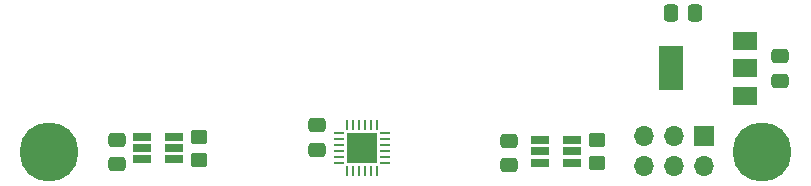
<source format=gts>
G04 #@! TF.GenerationSoftware,KiCad,Pcbnew,6.0.9-8da3e8f707~116~ubuntu22.04.1*
G04 #@! TF.CreationDate,2022-11-08T11:47:18+01:00*
G04 #@! TF.ProjectId,PCB-lijnvolger,5043422d-6c69-46a6-9e76-6f6c6765722e,1.0*
G04 #@! TF.SameCoordinates,Original*
G04 #@! TF.FileFunction,Soldermask,Top*
G04 #@! TF.FilePolarity,Negative*
%FSLAX46Y46*%
G04 Gerber Fmt 4.6, Leading zero omitted, Abs format (unit mm)*
G04 Created by KiCad (PCBNEW 6.0.9-8da3e8f707~116~ubuntu22.04.1) date 2022-11-08 11:47:18*
%MOMM*%
%LPD*%
G01*
G04 APERTURE LIST*
G04 Aperture macros list*
%AMRoundRect*
0 Rectangle with rounded corners*
0 $1 Rounding radius*
0 $2 $3 $4 $5 $6 $7 $8 $9 X,Y pos of 4 corners*
0 Add a 4 corners polygon primitive as box body*
4,1,4,$2,$3,$4,$5,$6,$7,$8,$9,$2,$3,0*
0 Add four circle primitives for the rounded corners*
1,1,$1+$1,$2,$3*
1,1,$1+$1,$4,$5*
1,1,$1+$1,$6,$7*
1,1,$1+$1,$8,$9*
0 Add four rect primitives between the rounded corners*
20,1,$1+$1,$2,$3,$4,$5,0*
20,1,$1+$1,$4,$5,$6,$7,0*
20,1,$1+$1,$6,$7,$8,$9,0*
20,1,$1+$1,$8,$9,$2,$3,0*%
G04 Aperture macros list end*
%ADD10R,1.560000X0.650000*%
%ADD11RoundRect,0.250000X0.450000X-0.350000X0.450000X0.350000X-0.450000X0.350000X-0.450000X-0.350000X0*%
%ADD12C,5.000000*%
%ADD13R,2.000000X1.500000*%
%ADD14R,2.000000X3.800000*%
%ADD15R,1.700000X1.700000*%
%ADD16O,1.700000X1.700000*%
%ADD17RoundRect,0.062500X-0.350000X-0.062500X0.350000X-0.062500X0.350000X0.062500X-0.350000X0.062500X0*%
%ADD18RoundRect,0.062500X-0.062500X-0.350000X0.062500X-0.350000X0.062500X0.350000X-0.062500X0.350000X0*%
%ADD19R,2.600000X2.600000*%
%ADD20RoundRect,0.250000X0.475000X-0.337500X0.475000X0.337500X-0.475000X0.337500X-0.475000X-0.337500X0*%
%ADD21RoundRect,0.250000X-0.337500X-0.475000X0.337500X-0.475000X0.337500X0.475000X-0.337500X0.475000X0*%
%ADD22RoundRect,0.250000X-0.475000X0.337500X-0.475000X-0.337500X0.475000X-0.337500X0.475000X0.337500X0*%
G04 APERTURE END LIST*
D10*
X144919075Y-92691000D03*
X144919075Y-93641000D03*
X144919075Y-94591000D03*
X147619075Y-94591000D03*
X147619075Y-93641000D03*
X147619075Y-92691000D03*
D11*
X149700000Y-94650000D03*
X149700000Y-92650000D03*
X116050000Y-94400000D03*
X116050000Y-92400000D03*
D12*
X163700000Y-93700000D03*
D13*
X162281000Y-88914000D03*
D14*
X155981000Y-86614000D03*
D13*
X162281000Y-86614000D03*
X162281000Y-84314000D03*
D15*
X158775000Y-92325000D03*
D16*
X158775000Y-94865000D03*
X156235000Y-92325000D03*
X156235000Y-94865000D03*
X153695000Y-92325000D03*
X153695000Y-94865000D03*
D17*
X127856500Y-92095000D03*
X127856500Y-92595000D03*
X127856500Y-93095000D03*
X127856500Y-93595000D03*
X127856500Y-94095000D03*
X127856500Y-94595000D03*
D18*
X128544000Y-95282500D03*
X129044000Y-95282500D03*
X129544000Y-95282500D03*
X130044000Y-95282500D03*
X130544000Y-95282500D03*
X131044000Y-95282500D03*
D17*
X131731500Y-94595000D03*
X131731500Y-94095000D03*
X131731500Y-93595000D03*
X131731500Y-93095000D03*
X131731500Y-92595000D03*
X131731500Y-92095000D03*
D18*
X131044000Y-91407500D03*
X130544000Y-91407500D03*
X130044000Y-91407500D03*
X129544000Y-91407500D03*
X129044000Y-91407500D03*
X128544000Y-91407500D03*
D19*
X129794000Y-93345000D03*
D20*
X109100000Y-94737500D03*
X109100000Y-92662500D03*
X142300000Y-94837500D03*
X142300000Y-92762500D03*
D10*
X111172000Y-92395000D03*
X111172000Y-93345000D03*
X111172000Y-94295000D03*
X113872000Y-94295000D03*
X113872000Y-93345000D03*
X113872000Y-92395000D03*
D12*
X103300000Y-93700000D03*
D20*
X126000000Y-93500000D03*
X126000000Y-91425000D03*
D21*
X155934500Y-81950000D03*
X158009500Y-81950000D03*
D22*
X165227000Y-85576500D03*
X165227000Y-87651500D03*
M02*

</source>
